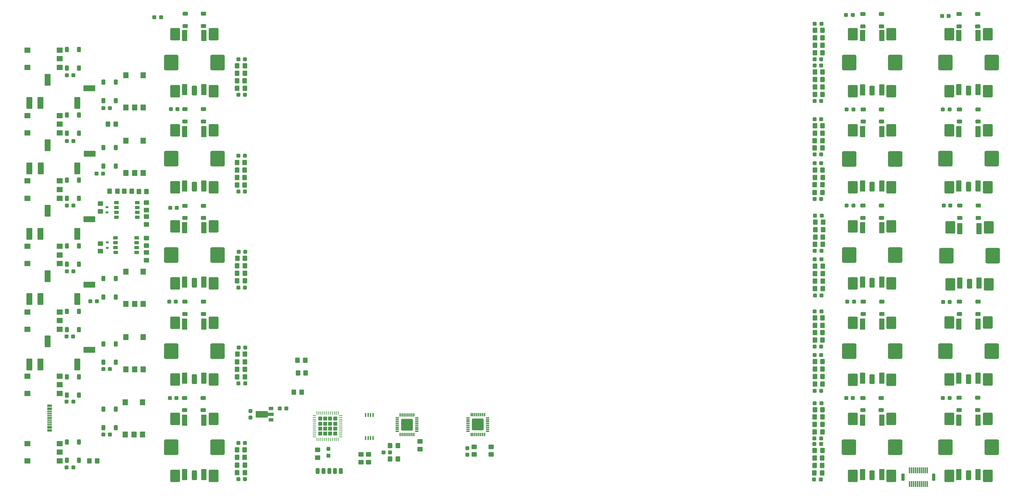
<source format=gbr>
%TF.GenerationSoftware,KiCad,Pcbnew,(6.0.9)*%
%TF.CreationDate,2023-03-16T14:55:21+00:00*%
%TF.ProjectId,Matrix_V2_Base,4d617472-6978-45f5-9632-5f426173652e,rev?*%
%TF.SameCoordinates,Original*%
%TF.FileFunction,Paste,Top*%
%TF.FilePolarity,Positive*%
%FSLAX46Y46*%
G04 Gerber Fmt 4.6, Leading zero omitted, Abs format (unit mm)*
G04 Created by KiCad (PCBNEW (6.0.9)) date 2023-03-16 14:55:21*
%MOMM*%
%LPD*%
G01*
G04 APERTURE LIST*
G04 Aperture macros list*
%AMRoundRect*
0 Rectangle with rounded corners*
0 $1 Rounding radius*
0 $2 $3 $4 $5 $6 $7 $8 $9 X,Y pos of 4 corners*
0 Add a 4 corners polygon primitive as box body*
4,1,4,$2,$3,$4,$5,$6,$7,$8,$9,$2,$3,0*
0 Add four circle primitives for the rounded corners*
1,1,$1+$1,$2,$3*
1,1,$1+$1,$4,$5*
1,1,$1+$1,$6,$7*
1,1,$1+$1,$8,$9*
0 Add four rect primitives between the rounded corners*
20,1,$1+$1,$2,$3,$4,$5,0*
20,1,$1+$1,$4,$5,$6,$7,0*
20,1,$1+$1,$6,$7,$8,$9,0*
20,1,$1+$1,$8,$9,$2,$3,0*%
%AMFreePoly0*
4,1,9,3.862500,-0.866500,0.737500,-0.866500,0.737500,-0.450000,-0.737500,-0.450000,-0.737500,0.450000,0.737500,0.450000,0.737500,0.866500,3.862500,0.866500,3.862500,-0.866500,3.862500,-0.866500,$1*%
G04 Aperture macros list end*
%ADD10RoundRect,0.250000X-0.450000X-0.250000X0.450000X-0.250000X0.450000X0.250000X-0.450000X0.250000X0*%
%ADD11RoundRect,0.250000X0.250000X-0.450000X0.250000X0.450000X-0.250000X0.450000X-0.250000X-0.450000X0*%
%ADD12RoundRect,0.250000X0.350000X0.450000X-0.350000X0.450000X-0.350000X-0.450000X0.350000X-0.450000X0*%
%ADD13RoundRect,0.250000X-0.450000X0.350000X-0.450000X-0.350000X0.450000X-0.350000X0.450000X0.350000X0*%
%ADD14RoundRect,0.237500X-0.300000X-0.237500X0.300000X-0.237500X0.300000X0.237500X-0.300000X0.237500X0*%
%ADD15RoundRect,0.237500X0.300000X0.237500X-0.300000X0.237500X-0.300000X-0.237500X0.300000X-0.237500X0*%
%ADD16RoundRect,0.250000X-0.350000X-0.450000X0.350000X-0.450000X0.350000X0.450000X-0.350000X0.450000X0*%
%ADD17RoundRect,0.237500X0.237500X-0.300000X0.237500X0.300000X-0.237500X0.300000X-0.237500X-0.300000X0*%
%ADD18RoundRect,0.140000X0.560000X-0.660000X0.560000X0.660000X-0.560000X0.660000X-0.560000X-0.660000X0*%
%ADD19RoundRect,0.130000X-0.520000X-1.320000X0.520000X-1.320000X0.520000X1.320000X-0.520000X1.320000X0*%
%ADD20RoundRect,0.375000X1.500000X1.625000X-1.500000X1.625000X-1.500000X-1.625000X1.500000X-1.625000X0*%
%ADD21RoundRect,0.250000X1.000000X1.350000X-1.000000X1.350000X-1.000000X-1.350000X1.000000X-1.350000X0*%
%ADD22RoundRect,0.250000X-1.000000X-1.350000X1.000000X-1.350000X1.000000X1.350000X-1.000000X1.350000X0*%
%ADD23RoundRect,0.130000X-0.520000X-1.120000X0.520000X-1.120000X0.520000X1.120000X-0.520000X1.120000X0*%
%ADD24RoundRect,0.130000X0.520000X1.320000X-0.520000X1.320000X-0.520000X-1.320000X0.520000X-1.320000X0*%
%ADD25RoundRect,0.250000X0.450000X-0.350000X0.450000X0.350000X-0.450000X0.350000X-0.450000X-0.350000X0*%
%ADD26RoundRect,0.237500X-0.237500X0.300000X-0.237500X-0.300000X0.237500X-0.300000X0.237500X0.300000X0*%
%ADD27RoundRect,0.160000X0.640000X1.340000X-0.640000X1.340000X-0.640000X-1.340000X0.640000X-1.340000X0*%
%ADD28RoundRect,0.160000X-1.340000X0.640000X-1.340000X-0.640000X1.340000X-0.640000X1.340000X0.640000X0*%
%ADD29RoundRect,0.035000X-0.140000X0.465000X-0.140000X-0.465000X0.140000X-0.465000X0.140000X0.465000X0*%
%ADD30R,0.700000X0.600000*%
%ADD31RoundRect,0.250000X0.270000X0.270000X-0.270000X0.270000X-0.270000X-0.270000X0.270000X-0.270000X0*%
%ADD32RoundRect,0.062500X0.375000X0.062500X-0.375000X0.062500X-0.375000X-0.062500X0.375000X-0.062500X0*%
%ADD33RoundRect,0.062500X0.062500X0.375000X-0.062500X0.375000X-0.062500X-0.375000X0.062500X-0.375000X0*%
%ADD34RoundRect,0.250000X-0.250000X-0.500000X0.250000X-0.500000X0.250000X0.500000X-0.250000X0.500000X0*%
%ADD35R,1.150000X0.300000*%
%ADD36RoundRect,0.140000X0.660000X0.560000X-0.660000X0.560000X-0.660000X-0.560000X0.660000X-0.560000X0*%
%ADD37RoundRect,0.227500X-0.372500X-0.227500X0.372500X-0.227500X0.372500X0.227500X-0.372500X0.227500X0*%
%ADD38RoundRect,0.080000X-0.320000X-0.820000X0.320000X-0.820000X0.320000X0.820000X-0.320000X0.820000X0*%
%ADD39RoundRect,0.075000X-0.075000X-0.725000X0.075000X-0.725000X0.075000X0.725000X-0.075000X0.725000X0*%
%ADD40RoundRect,0.072500X0.377500X0.072500X-0.377500X0.072500X-0.377500X-0.072500X0.377500X-0.072500X0*%
%ADD41RoundRect,0.072500X-0.072500X0.377500X-0.072500X-0.377500X0.072500X-0.377500X0.072500X0.377500X0*%
%ADD42RoundRect,0.150000X1.350000X1.350000X-1.350000X1.350000X-1.350000X-1.350000X1.350000X-1.350000X0*%
%ADD43R,1.300000X0.900000*%
%ADD44FreePoly0,180.000000*%
G04 APERTURE END LIST*
D10*
%TO.C,D8*%
X218610000Y-51400000D03*
X218610000Y-54600000D03*
X223410000Y-54600000D03*
X223410000Y-51400000D03*
%TD*%
D11*
%TO.C,D20*%
X11900000Y-49580000D03*
X15100000Y-49580000D03*
X15100000Y-44780000D03*
X11900000Y-44780000D03*
%TD*%
D12*
%TO.C,R11*%
X58120000Y-20940000D03*
X56120000Y-20940000D03*
%TD*%
D13*
%TO.C,R77*%
X32590000Y-50610000D03*
X32590000Y-52610000D03*
%TD*%
D14*
%TO.C,C32*%
X206057500Y-99550000D03*
X207782500Y-99550000D03*
%TD*%
D15*
%TO.C,C50*%
X241095000Y-101400000D03*
X239370000Y-101400000D03*
%TD*%
D11*
%TO.C,D23*%
X11900000Y-83700000D03*
X15100000Y-83700000D03*
X15100000Y-78900000D03*
X11900000Y-78900000D03*
%TD*%
D14*
%TO.C,C56*%
X11887500Y-68480000D03*
X13612500Y-68480000D03*
%TD*%
D16*
%TO.C,R8*%
X95825000Y-113825000D03*
X97825000Y-113825000D03*
%TD*%
%TO.C,R32*%
X206140000Y-11690000D03*
X208140000Y-11690000D03*
%TD*%
D15*
%TO.C,C8*%
X58142500Y-47790000D03*
X56417500Y-47790000D03*
%TD*%
D12*
%TO.C,R79*%
X32600000Y-47730000D03*
X30600000Y-47730000D03*
%TD*%
D14*
%TO.C,C16*%
X206077500Y-4130000D03*
X207802500Y-4130000D03*
%TD*%
%TO.C,C25*%
X205937500Y-122630000D03*
X207662500Y-122630000D03*
%TD*%
D16*
%TO.C,R33*%
X206127500Y-32600000D03*
X208127500Y-32600000D03*
%TD*%
D11*
%TO.C,D18*%
X11900000Y-32640000D03*
X15100000Y-32640000D03*
X15100000Y-27840000D03*
X11900000Y-27840000D03*
%TD*%
D17*
%TO.C,C1*%
X79870000Y-116402500D03*
X79870000Y-114677500D03*
%TD*%
D14*
%TO.C,C22*%
X206087500Y-78880000D03*
X207812500Y-78880000D03*
%TD*%
D18*
%TO.C,SW17*%
X27250000Y-25960000D03*
X27250000Y-17560000D03*
X31750000Y-17560000D03*
X31750000Y-25960000D03*
X29500000Y-25960000D03*
%TD*%
D11*
%TO.C,D24*%
X21400000Y-92170000D03*
X24600000Y-92170000D03*
X24600000Y-87370000D03*
X21400000Y-87370000D03*
%TD*%
D16*
%TO.C,R62*%
X206120000Y-93940000D03*
X208120000Y-93940000D03*
%TD*%
D19*
%TO.C,SW3*%
X42500000Y-46300000D03*
X47500000Y-46300000D03*
D20*
X39000000Y-39250000D03*
D21*
X40000000Y-31850000D03*
X50000000Y-31850000D03*
D22*
X50000000Y-46650000D03*
D23*
X45000000Y-46500000D03*
D20*
X51000000Y-39250000D03*
D22*
X40000000Y-46650000D03*
D24*
X42500000Y-32200000D03*
X47500000Y-32200000D03*
%TD*%
D15*
%TO.C,C36*%
X36362500Y-2430000D03*
X34637500Y-2430000D03*
%TD*%
D12*
%TO.C,R21*%
X58140000Y-93970000D03*
X56140000Y-93970000D03*
%TD*%
D15*
%TO.C,C49*%
X241112500Y-76490000D03*
X239387500Y-76490000D03*
%TD*%
D16*
%TO.C,R51*%
X206120000Y-22500000D03*
X208120000Y-22500000D03*
%TD*%
D14*
%TO.C,C31*%
X206107500Y-65380000D03*
X207832500Y-65380000D03*
%TD*%
D25*
%TO.C,R78*%
X32590000Y-56320000D03*
X32590000Y-54320000D03*
%TD*%
D19*
%TO.C,SW5*%
X42500000Y-96300000D03*
X47500000Y-96300000D03*
D22*
X50000000Y-96650000D03*
D20*
X39000000Y-89250000D03*
D22*
X40000000Y-96650000D03*
D23*
X45000000Y-96500000D03*
D21*
X50000000Y-81850000D03*
D20*
X51000000Y-89250000D03*
D21*
X40000000Y-81850000D03*
D24*
X42500000Y-82200000D03*
X47500000Y-82200000D03*
%TD*%
D16*
%TO.C,R46*%
X206030000Y-118970000D03*
X208030000Y-118970000D03*
%TD*%
%TO.C,R35*%
X206127500Y-30670000D03*
X208127500Y-30670000D03*
%TD*%
D15*
%TO.C,C42*%
X216105000Y-26430000D03*
X214380000Y-26430000D03*
%TD*%
%TO.C,C46*%
X240882500Y-2100000D03*
X239157500Y-2100000D03*
%TD*%
D14*
%TO.C,C51*%
X11887500Y-17530000D03*
X13612500Y-17530000D03*
%TD*%
D10*
%TO.C,D9*%
X218680000Y-76410000D03*
X218680000Y-79610000D03*
X223480000Y-79610000D03*
X223480000Y-76410000D03*
%TD*%
D26*
%TO.C,C2*%
X59560000Y-104797500D03*
X59560000Y-106522500D03*
%TD*%
D19*
%TO.C,SW16*%
X243500000Y-121310000D03*
X248500000Y-121310000D03*
D22*
X251000000Y-121660000D03*
D23*
X246000000Y-121510000D03*
D22*
X241000000Y-121660000D03*
D20*
X252000000Y-114260000D03*
D21*
X241000000Y-106860000D03*
D20*
X240000000Y-114260000D03*
D21*
X251000000Y-106860000D03*
D24*
X243500000Y-107210000D03*
X248500000Y-107210000D03*
%TD*%
D16*
%TO.C,R57*%
X206180000Y-71020000D03*
X208180000Y-71020000D03*
%TD*%
%TO.C,R36*%
X206097500Y-36440000D03*
X208097500Y-36440000D03*
%TD*%
D27*
%TO.C,J6*%
X2210000Y-41750000D03*
X14610000Y-41750000D03*
X6910000Y-35750000D03*
X5110000Y-41750000D03*
D28*
X17810000Y-37950000D03*
%TD*%
D16*
%TO.C,R53*%
X206097500Y-46020000D03*
X208097500Y-46020000D03*
%TD*%
%TO.C,R41*%
X206120000Y-82520000D03*
X208120000Y-82520000D03*
%TD*%
%TO.C,R49*%
X206120000Y-20590000D03*
X208120000Y-20590000D03*
%TD*%
%TO.C,R5*%
X95865000Y-117255000D03*
X97865000Y-117255000D03*
%TD*%
D10*
%TO.C,D6*%
X218600000Y-1640000D03*
X218600000Y-4840000D03*
X223400000Y-4840000D03*
X223400000Y-1640000D03*
%TD*%
D19*
%TO.C,SW9*%
X218500000Y-71300000D03*
X223500000Y-71300000D03*
D20*
X215000000Y-64250000D03*
D21*
X216000000Y-56850000D03*
D23*
X221000000Y-71500000D03*
D22*
X216000000Y-71650000D03*
D20*
X227000000Y-64250000D03*
D22*
X226000000Y-71650000D03*
D21*
X226000000Y-56850000D03*
D24*
X218500000Y-57200000D03*
X223500000Y-57200000D03*
%TD*%
D19*
%TO.C,SW7*%
X218500000Y-21310000D03*
X223500000Y-21310000D03*
D22*
X216000000Y-21660000D03*
D21*
X216000000Y-6860000D03*
D23*
X221000000Y-21510000D03*
D20*
X215000000Y-14260000D03*
X227000000Y-14260000D03*
D22*
X226000000Y-21660000D03*
D21*
X226000000Y-6860000D03*
D24*
X218500000Y-7210000D03*
X223500000Y-7210000D03*
%TD*%
D12*
%TO.C,R13*%
X58100000Y-44100000D03*
X56100000Y-44100000D03*
%TD*%
D29*
%TO.C,U7*%
X91425000Y-105870000D03*
X90775000Y-105870000D03*
X90125000Y-105870000D03*
X89475000Y-105870000D03*
X89475000Y-111870000D03*
X90125000Y-111870000D03*
X90775000Y-111870000D03*
X91425000Y-111870000D03*
%TD*%
D16*
%TO.C,R65*%
X206100000Y-106390000D03*
X208100000Y-106390000D03*
%TD*%
D12*
%TO.C,R27*%
X58140000Y-120830000D03*
X56140000Y-120830000D03*
%TD*%
D25*
%TO.C,R4*%
X103585000Y-114735000D03*
X103585000Y-112735000D03*
%TD*%
D14*
%TO.C,C33*%
X206067500Y-90230000D03*
X207792500Y-90230000D03*
%TD*%
D15*
%TO.C,C14*%
X58192500Y-122550000D03*
X56467500Y-122550000D03*
%TD*%
D25*
%TO.C,R7*%
X117640000Y-116100000D03*
X117640000Y-114100000D03*
%TD*%
D16*
%TO.C,R66*%
X206080000Y-108310000D03*
X208080000Y-108310000D03*
%TD*%
D15*
%TO.C,C7*%
X58182500Y-13400000D03*
X56457500Y-13400000D03*
%TD*%
D14*
%TO.C,C29*%
X206055000Y-40420000D03*
X207780000Y-40420000D03*
%TD*%
D16*
%TO.C,R42*%
X206120000Y-84440000D03*
X208120000Y-84440000D03*
%TD*%
D12*
%TO.C,R69*%
X72880000Y-99950000D03*
X70880000Y-99950000D03*
%TD*%
D30*
%TO.C,D29*%
X22360000Y-51800000D03*
X22360000Y-53200000D03*
%TD*%
D14*
%TO.C,C19*%
X206025000Y-38150000D03*
X207750000Y-38150000D03*
%TD*%
D30*
%TO.C,D28*%
X22410000Y-61000000D03*
X22410000Y-62400000D03*
%TD*%
D16*
%TO.C,R43*%
X206130000Y-80600000D03*
X208130000Y-80600000D03*
%TD*%
D31*
%TO.C,U1*%
X79000000Y-110680000D03*
X80290000Y-109390000D03*
X77710000Y-108100000D03*
X77710000Y-110680000D03*
X80290000Y-106810000D03*
X80290000Y-108100000D03*
X77710000Y-109390000D03*
X79000000Y-109390000D03*
X79000000Y-106810000D03*
X80290000Y-110680000D03*
X81580000Y-106810000D03*
X81580000Y-108100000D03*
X77710000Y-106810000D03*
X81580000Y-110680000D03*
X79000000Y-108100000D03*
X81580000Y-109390000D03*
D32*
X83082500Y-111495000D03*
X83082500Y-110995000D03*
X83082500Y-110495000D03*
X83082500Y-109995000D03*
X83082500Y-109495000D03*
X83082500Y-108995000D03*
X83082500Y-108495000D03*
X83082500Y-107995000D03*
X83082500Y-107495000D03*
X83082500Y-106995000D03*
X83082500Y-106495000D03*
X83082500Y-105995000D03*
D33*
X82395000Y-105307500D03*
X81895000Y-105307500D03*
X81395000Y-105307500D03*
X80895000Y-105307500D03*
X80395000Y-105307500D03*
X79895000Y-105307500D03*
X79395000Y-105307500D03*
X78895000Y-105307500D03*
X78395000Y-105307500D03*
X77895000Y-105307500D03*
X77395000Y-105307500D03*
X76895000Y-105307500D03*
D32*
X76207500Y-105995000D03*
X76207500Y-106495000D03*
X76207500Y-106995000D03*
X76207500Y-107495000D03*
X76207500Y-107995000D03*
X76207500Y-108495000D03*
X76207500Y-108995000D03*
X76207500Y-109495000D03*
X76207500Y-109995000D03*
X76207500Y-110495000D03*
X76207500Y-110995000D03*
X76207500Y-111495000D03*
D33*
X76895000Y-112182500D03*
X77395000Y-112182500D03*
X77895000Y-112182500D03*
X78395000Y-112182500D03*
X78895000Y-112182500D03*
X79395000Y-112182500D03*
X79895000Y-112182500D03*
X80395000Y-112182500D03*
X80895000Y-112182500D03*
X81395000Y-112182500D03*
X81895000Y-112182500D03*
X82395000Y-112182500D03*
%TD*%
D27*
%TO.C,J7*%
X2200000Y-24750000D03*
X14600000Y-24750000D03*
X6900000Y-18750000D03*
X5100000Y-24750000D03*
D28*
X17800000Y-20950000D03*
%TD*%
D10*
%TO.C,D7*%
X218650000Y-26400000D03*
X218650000Y-29600000D03*
X223450000Y-29600000D03*
X223450000Y-26400000D03*
%TD*%
D16*
%TO.C,R61*%
X206110000Y-95890000D03*
X208110000Y-95890000D03*
%TD*%
D10*
%TO.C,D14*%
X243660000Y-76370000D03*
X243660000Y-79570000D03*
X248460000Y-79570000D03*
X248460000Y-76370000D03*
%TD*%
D34*
%TO.C,J1*%
X77050000Y-120400000D03*
X78550000Y-120400000D03*
X80050000Y-120400000D03*
X81550000Y-120400000D03*
X83050000Y-120400000D03*
%TD*%
D15*
%TO.C,C9*%
X58162500Y-38480000D03*
X56437500Y-38480000D03*
%TD*%
%TO.C,C10*%
X58182500Y-72710000D03*
X56457500Y-72710000D03*
%TD*%
D27*
%TO.C,J4*%
X2200000Y-92750000D03*
X14600000Y-92750000D03*
X6900000Y-86750000D03*
X5100000Y-92750000D03*
D28*
X17800000Y-88950000D03*
%TD*%
D35*
%TO.C,J2*%
X7440000Y-103300000D03*
X7440000Y-104100000D03*
X7440000Y-105400000D03*
X7440000Y-106400000D03*
X7440000Y-106900000D03*
X7440000Y-107900000D03*
X7440000Y-109200000D03*
X7440000Y-110000000D03*
X7440000Y-109700000D03*
X7440000Y-108900000D03*
X7440000Y-108400000D03*
X7440000Y-107400000D03*
X7440000Y-105900000D03*
X7440000Y-104900000D03*
X7440000Y-104400000D03*
X7440000Y-103600000D03*
%TD*%
D36*
%TO.C,SW23*%
X10100000Y-83550000D03*
X1700000Y-83550000D03*
X1700000Y-79050000D03*
X10100000Y-79050000D03*
X10100000Y-81300000D03*
%TD*%
D12*
%TO.C,R26*%
X58100000Y-116830000D03*
X56100000Y-116830000D03*
%TD*%
D14*
%TO.C,C18*%
X206065000Y-28960000D03*
X207790000Y-28960000D03*
%TD*%
D16*
%TO.C,R67*%
X206120000Y-104470000D03*
X208120000Y-104470000D03*
%TD*%
D11*
%TO.C,D17*%
X21400000Y-24140000D03*
X24600000Y-24140000D03*
X24600000Y-19340000D03*
X21400000Y-19340000D03*
%TD*%
D19*
%TO.C,SW4*%
X42510000Y-71300000D03*
X47510000Y-71300000D03*
D22*
X40010000Y-71650000D03*
D20*
X39010000Y-64250000D03*
D21*
X40010000Y-56850000D03*
D20*
X51010000Y-64250000D03*
D23*
X45010000Y-71500000D03*
D21*
X50010000Y-56850000D03*
D22*
X50010000Y-71650000D03*
D24*
X42510000Y-57200000D03*
X47510000Y-57200000D03*
%TD*%
D16*
%TO.C,R44*%
X206130000Y-86340000D03*
X208130000Y-86340000D03*
%TD*%
D15*
%TO.C,C11*%
X58262500Y-63390000D03*
X56537500Y-63390000D03*
%TD*%
%TO.C,C43*%
X216102500Y-51400000D03*
X214377500Y-51400000D03*
%TD*%
D16*
%TO.C,R58*%
X206180000Y-69060000D03*
X208180000Y-69060000D03*
%TD*%
D37*
%TO.C,U6*%
X24760000Y-50605000D03*
X24760000Y-51875000D03*
X24760000Y-53145000D03*
X24790000Y-54415000D03*
X30220000Y-54415000D03*
X30220000Y-53145000D03*
X30220000Y-51875000D03*
X30220000Y-50605000D03*
%TD*%
D16*
%TO.C,R63*%
X206120000Y-97830000D03*
X208120000Y-97830000D03*
%TD*%
D10*
%TO.C,D11*%
X243570000Y-1620000D03*
X243570000Y-4820000D03*
X248370000Y-4820000D03*
X248370000Y-1620000D03*
%TD*%
%TO.C,D4*%
X42600000Y-76410000D03*
X42600000Y-79610000D03*
X47400000Y-79610000D03*
X47400000Y-76410000D03*
%TD*%
D16*
%TO.C,R47*%
X206070000Y-115110000D03*
X208070000Y-115110000D03*
%TD*%
D15*
%TO.C,C39*%
X40242500Y-76380000D03*
X38517500Y-76380000D03*
%TD*%
D16*
%TO.C,R40*%
X206160000Y-61500000D03*
X208160000Y-61500000D03*
%TD*%
D38*
%TO.C,J8*%
X236950000Y-122000000D03*
D39*
X235280846Y-120200000D03*
D38*
X229050000Y-122000000D03*
D39*
X234755573Y-120200000D03*
X234250000Y-120200000D03*
X233755573Y-120200000D03*
X233255573Y-120200000D03*
X232750000Y-120200000D03*
X232224727Y-120200000D03*
X231719154Y-120200000D03*
X231224727Y-120200000D03*
X230724727Y-120200000D03*
X230724727Y-123800000D03*
X231224727Y-123800000D03*
X231719154Y-123800000D03*
X232224727Y-123800000D03*
X232750000Y-123800000D03*
X233255573Y-123800000D03*
X233755573Y-123800000D03*
X234250000Y-123800000D03*
X234755573Y-123800000D03*
X235280846Y-123800000D03*
%TD*%
D25*
%TO.C,R6*%
X122060000Y-116120000D03*
X122060000Y-114120000D03*
%TD*%
D17*
%TO.C,C5*%
X115910000Y-116172500D03*
X115910000Y-114447500D03*
%TD*%
D16*
%TO.C,R82*%
X22610000Y-30250000D03*
X24610000Y-30250000D03*
%TD*%
D12*
%TO.C,R24*%
X58170000Y-90050000D03*
X56170000Y-90050000D03*
%TD*%
D15*
%TO.C,C38*%
X40482500Y-51990000D03*
X38757500Y-51990000D03*
%TD*%
D12*
%TO.C,R18*%
X58160000Y-67050000D03*
X56160000Y-67050000D03*
%TD*%
D16*
%TO.C,R38*%
X206200000Y-59580000D03*
X208200000Y-59580000D03*
%TD*%
D12*
%TO.C,R28*%
X58100000Y-114870000D03*
X56100000Y-114870000D03*
%TD*%
D19*
%TO.C,SW8*%
X218500000Y-46310000D03*
X223500000Y-46310000D03*
D21*
X216000000Y-31860000D03*
D22*
X226000000Y-46660000D03*
D23*
X221000000Y-46510000D03*
D21*
X226000000Y-31860000D03*
D20*
X215000000Y-39260000D03*
X227000000Y-39260000D03*
D22*
X216000000Y-46660000D03*
D24*
X218500000Y-32210000D03*
X223500000Y-32210000D03*
%TD*%
D15*
%TO.C,C45*%
X215982500Y-101410000D03*
X214257500Y-101410000D03*
%TD*%
D16*
%TO.C,R68*%
X206080000Y-110210000D03*
X208080000Y-110210000D03*
%TD*%
D13*
%TO.C,R76*%
X20620000Y-50900000D03*
X20620000Y-52900000D03*
%TD*%
D14*
%TO.C,C55*%
X11887500Y-51430000D03*
X13612500Y-51430000D03*
%TD*%
D15*
%TO.C,C48*%
X241305000Y-51390000D03*
X239580000Y-51390000D03*
%TD*%
D36*
%TO.C,SW18*%
X10100000Y-32500000D03*
X1700000Y-32500000D03*
X10100000Y-28000000D03*
X1700000Y-28000000D03*
X10100000Y-30250000D03*
%TD*%
D13*
%TO.C,R3*%
X77020000Y-114930000D03*
X77020000Y-116930000D03*
%TD*%
D12*
%TO.C,R15*%
X58100000Y-46060000D03*
X56100000Y-46060000D03*
%TD*%
D10*
%TO.C,D12*%
X243680000Y-26390000D03*
X243680000Y-29590000D03*
X248480000Y-29590000D03*
X248480000Y-26390000D03*
%TD*%
D14*
%TO.C,C35*%
X206007500Y-111910000D03*
X207732500Y-111910000D03*
%TD*%
D15*
%TO.C,C57*%
X19712500Y-76280000D03*
X17987500Y-76280000D03*
%TD*%
D14*
%TO.C,C20*%
X206177500Y-54030000D03*
X207902500Y-54030000D03*
%TD*%
D10*
%TO.C,D2*%
X42600000Y-26370000D03*
X42600000Y-29570000D03*
X47400000Y-29570000D03*
X47400000Y-26370000D03*
%TD*%
D19*
%TO.C,SW6*%
X42500000Y-121310000D03*
X47500000Y-121310000D03*
D22*
X40000000Y-121660000D03*
D20*
X39000000Y-114260000D03*
D21*
X50000000Y-106860000D03*
D20*
X51000000Y-114260000D03*
D22*
X50000000Y-121660000D03*
D21*
X40000000Y-106860000D03*
D23*
X45000000Y-121510000D03*
D24*
X42500000Y-107210000D03*
X47500000Y-107210000D03*
%TD*%
D19*
%TO.C,SW2*%
X42510000Y-21300000D03*
X47510000Y-21300000D03*
D20*
X51010000Y-14250000D03*
X39010000Y-14250000D03*
D22*
X50010000Y-21650000D03*
D21*
X50010000Y-6850000D03*
X40010000Y-6850000D03*
D22*
X40010000Y-21650000D03*
D23*
X45010000Y-21500000D03*
D24*
X42510000Y-7200000D03*
X47510000Y-7200000D03*
%TD*%
D10*
%TO.C,D3*%
X42590000Y-51450000D03*
X42590000Y-54650000D03*
X47390000Y-54650000D03*
X47390000Y-51450000D03*
%TD*%
D15*
%TO.C,C47*%
X241102500Y-26430000D03*
X239377500Y-26430000D03*
%TD*%
D10*
%TO.C,D10*%
X218570000Y-101410000D03*
X218570000Y-104610000D03*
X223370000Y-104610000D03*
X223370000Y-101410000D03*
%TD*%
D14*
%TO.C,C3*%
X67197500Y-104110000D03*
X68922500Y-104110000D03*
%TD*%
D12*
%TO.C,R12*%
X58120000Y-15090000D03*
X56120000Y-15090000D03*
%TD*%
%TO.C,R16*%
X58090000Y-40220000D03*
X56090000Y-40220000D03*
%TD*%
D16*
%TO.C,R56*%
X206137500Y-42170000D03*
X208137500Y-42170000D03*
%TD*%
D14*
%TO.C,C27*%
X206067500Y-14970000D03*
X207792500Y-14970000D03*
%TD*%
D36*
%TO.C,SW1*%
X10100000Y-15480000D03*
X1700000Y-15480000D03*
X1700000Y-10980000D03*
X10100000Y-10980000D03*
X10100000Y-13230000D03*
%TD*%
D16*
%TO.C,R39*%
X206230000Y-55760000D03*
X208230000Y-55760000D03*
%TD*%
D12*
%TO.C,R75*%
X73940000Y-94890000D03*
X71940000Y-94890000D03*
%TD*%
D10*
%TO.C,D1*%
X42620000Y-1570000D03*
X42620000Y-4770000D03*
X47420000Y-4770000D03*
X47420000Y-1570000D03*
%TD*%
D12*
%TO.C,R23*%
X58140000Y-95930000D03*
X56140000Y-95930000D03*
%TD*%
%TO.C,R9*%
X58110000Y-18990000D03*
X56110000Y-18990000D03*
%TD*%
D16*
%TO.C,R59*%
X206190000Y-72990000D03*
X208190000Y-72990000D03*
%TD*%
D25*
%TO.C,R71*%
X20640000Y-63290000D03*
X20640000Y-61290000D03*
%TD*%
D40*
%TO.C,U4*%
X102775000Y-110105000D03*
X102775000Y-109605000D03*
X102775000Y-109105000D03*
X102775000Y-108605000D03*
X102775000Y-108105000D03*
X102775000Y-107605000D03*
X102775000Y-107105000D03*
X102775000Y-106605000D03*
D41*
X101975000Y-105805000D03*
X101475000Y-105805000D03*
X100975000Y-105805000D03*
X100475000Y-105805000D03*
X99975000Y-105805000D03*
X99475000Y-105805000D03*
X98975000Y-105805000D03*
X98475000Y-105805000D03*
D40*
X97675000Y-106605000D03*
X97675000Y-107105000D03*
X97675000Y-107605000D03*
X97675000Y-108105000D03*
X97675000Y-108605000D03*
X97675000Y-109105000D03*
X97675000Y-109605000D03*
X97675000Y-110105000D03*
D41*
X98475000Y-110955000D03*
X98975000Y-110955000D03*
X99475000Y-110955000D03*
X99975000Y-110955000D03*
X100475000Y-110955000D03*
X100975000Y-110955000D03*
X101475000Y-110955000D03*
X101975000Y-110955000D03*
D42*
X100225000Y-108355000D03*
%TD*%
D19*
%TO.C,SW15*%
X243500000Y-96290000D03*
X248500000Y-96290000D03*
D22*
X251000000Y-96640000D03*
D21*
X241000000Y-81840000D03*
D20*
X240000000Y-89240000D03*
D23*
X246000000Y-96490000D03*
D22*
X241000000Y-96640000D03*
D21*
X251000000Y-81840000D03*
D20*
X252000000Y-89240000D03*
D24*
X243500000Y-82190000D03*
X248500000Y-82190000D03*
%TD*%
D27*
%TO.C,J3*%
X2200000Y-75740000D03*
X14600000Y-75740000D03*
X6900000Y-69740000D03*
X5100000Y-75740000D03*
D28*
X17800000Y-71940000D03*
%TD*%
D15*
%TO.C,C12*%
X58202500Y-97660000D03*
X56477500Y-97660000D03*
%TD*%
D16*
%TO.C,R50*%
X206120000Y-18650000D03*
X208120000Y-18650000D03*
%TD*%
D10*
%TO.C,D5*%
X42530000Y-101400000D03*
X42530000Y-104600000D03*
X47330000Y-104600000D03*
X47330000Y-101400000D03*
%TD*%
D14*
%TO.C,C61*%
X21377500Y-110890000D03*
X23102500Y-110890000D03*
%TD*%
%TO.C,C34*%
X206077500Y-102760000D03*
X207802500Y-102760000D03*
%TD*%
D16*
%TO.C,R55*%
X206107500Y-47990000D03*
X208107500Y-47990000D03*
%TD*%
D12*
%TO.C,R20*%
X58180000Y-65100000D03*
X56180000Y-65100000D03*
%TD*%
D15*
%TO.C,C54*%
X21322500Y-43130000D03*
X19597500Y-43130000D03*
%TD*%
%TO.C,C6*%
X58182500Y-22650000D03*
X56457500Y-22650000D03*
%TD*%
D11*
%TO.C,D21*%
X11900000Y-66670000D03*
X15100000Y-66670000D03*
X15100000Y-61870000D03*
X11900000Y-61870000D03*
%TD*%
D19*
%TO.C,SW11*%
X218490000Y-121310000D03*
X223490000Y-121310000D03*
D22*
X215990000Y-121660000D03*
D21*
X215990000Y-106860000D03*
X225990000Y-106860000D03*
D22*
X225990000Y-121660000D03*
D20*
X226990000Y-114260000D03*
X214990000Y-114260000D03*
D23*
X220990000Y-121510000D03*
D24*
X218490000Y-107210000D03*
X223490000Y-107210000D03*
%TD*%
D16*
%TO.C,R34*%
X206107500Y-34540000D03*
X208107500Y-34540000D03*
%TD*%
D14*
%TO.C,C28*%
X206045000Y-49700000D03*
X207770000Y-49700000D03*
%TD*%
D25*
%TO.C,R73*%
X32580000Y-65590000D03*
X32580000Y-63590000D03*
%TD*%
D13*
%TO.C,R72*%
X32600000Y-59850000D03*
X32600000Y-61850000D03*
%TD*%
D12*
%TO.C,R19*%
X58140000Y-70960000D03*
X56140000Y-70960000D03*
%TD*%
D14*
%TO.C,C23*%
X206067500Y-88070000D03*
X207792500Y-88070000D03*
%TD*%
D16*
%TO.C,R45*%
X206050000Y-117040000D03*
X208050000Y-117040000D03*
%TD*%
D14*
%TO.C,C17*%
X206067500Y-13420000D03*
X207792500Y-13420000D03*
%TD*%
%TO.C,C59*%
X21377500Y-93940000D03*
X23102500Y-93940000D03*
%TD*%
D10*
%TO.C,D13*%
X243780000Y-51400000D03*
X243780000Y-54600000D03*
X248580000Y-54600000D03*
X248580000Y-51400000D03*
%TD*%
D16*
%TO.C,R30*%
X206140000Y-9760000D03*
X208140000Y-9760000D03*
%TD*%
D18*
%TO.C,SW19*%
X27250000Y-42960000D03*
X27250000Y-34560000D03*
X31750000Y-34560000D03*
X31750000Y-42960000D03*
X29500000Y-42960000D03*
%TD*%
D14*
%TO.C,C58*%
X11847500Y-85440000D03*
X13572500Y-85440000D03*
%TD*%
%TO.C,C52*%
X21417500Y-26110000D03*
X23142500Y-26110000D03*
%TD*%
D40*
%TO.C,U3*%
X121170000Y-110080000D03*
X121170000Y-109580000D03*
X121170000Y-109080000D03*
X121170000Y-108580000D03*
X121170000Y-108080000D03*
X121170000Y-107580000D03*
X121170000Y-107080000D03*
X121170000Y-106580000D03*
D41*
X120370000Y-105780000D03*
X119870000Y-105780000D03*
X119370000Y-105780000D03*
X118870000Y-105780000D03*
X118370000Y-105780000D03*
X117870000Y-105780000D03*
X117370000Y-105780000D03*
X116870000Y-105780000D03*
D40*
X116070000Y-106580000D03*
X116070000Y-107080000D03*
X116070000Y-107580000D03*
X116070000Y-108080000D03*
X116070000Y-108580000D03*
X116070000Y-109080000D03*
X116070000Y-109580000D03*
X116070000Y-110080000D03*
D41*
X116870000Y-110930000D03*
X117370000Y-110930000D03*
X117870000Y-110930000D03*
X118370000Y-110930000D03*
X118870000Y-110930000D03*
X119370000Y-110930000D03*
X119870000Y-110930000D03*
X120370000Y-110930000D03*
D42*
X118620000Y-108330000D03*
%TD*%
D18*
%TO.C,SW26*%
X27100000Y-110930000D03*
X27100000Y-102530000D03*
X31600000Y-110930000D03*
X31600000Y-102530000D03*
X29350000Y-110930000D03*
%TD*%
D16*
%TO.C,R52*%
X206140000Y-16700000D03*
X208140000Y-16700000D03*
%TD*%
D36*
%TO.C,SW27*%
X10100000Y-117780000D03*
X1700000Y-117780000D03*
X1700000Y-113280000D03*
X10100000Y-113280000D03*
X10100000Y-115530000D03*
%TD*%
%TO.C,SW20*%
X10100000Y-49510000D03*
X1700000Y-49510000D03*
X1700000Y-45010000D03*
X10100000Y-45010000D03*
X10100000Y-47260000D03*
%TD*%
D12*
%TO.C,R22*%
X58160000Y-92010000D03*
X56160000Y-92010000D03*
%TD*%
D11*
%TO.C,D22*%
X21400000Y-75190000D03*
X24600000Y-75190000D03*
X24600000Y-70390000D03*
X21400000Y-70390000D03*
%TD*%
D43*
%TO.C,U2*%
X64960000Y-107140000D03*
D44*
X64872500Y-105640000D03*
D43*
X64960000Y-104140000D03*
%TD*%
D14*
%TO.C,C62*%
X11857500Y-119470000D03*
X13582500Y-119470000D03*
%TD*%
D19*
%TO.C,SW10*%
X218500000Y-96310000D03*
X223500000Y-96310000D03*
D21*
X226000000Y-81860000D03*
D20*
X227000000Y-89260000D03*
D22*
X216000000Y-96660000D03*
X226000000Y-96660000D03*
D23*
X221000000Y-96510000D03*
D21*
X216000000Y-81860000D03*
D20*
X215000000Y-89260000D03*
D24*
X218500000Y-82210000D03*
X223500000Y-82210000D03*
%TD*%
D15*
%TO.C,C41*%
X215932500Y-1900000D03*
X214207500Y-1900000D03*
%TD*%
D10*
%TO.C,D15*%
X243610000Y-101390000D03*
X243610000Y-104590000D03*
X248410000Y-104590000D03*
X248410000Y-101390000D03*
%TD*%
D14*
%TO.C,C4*%
X94122500Y-115565000D03*
X95847500Y-115565000D03*
%TD*%
D11*
%TO.C,D26*%
X21400000Y-109150000D03*
X24600000Y-109150000D03*
X24600000Y-104350000D03*
X21400000Y-104350000D03*
%TD*%
D14*
%TO.C,C60*%
X11877500Y-102400000D03*
X13602500Y-102400000D03*
%TD*%
D15*
%TO.C,C44*%
X216282500Y-76420000D03*
X214557500Y-76420000D03*
%TD*%
D13*
%TO.C,R1*%
X88260000Y-116110000D03*
X88260000Y-118110000D03*
%TD*%
D25*
%TO.C,R2*%
X90210000Y-118100000D03*
X90210000Y-116100000D03*
%TD*%
D16*
%TO.C,R81*%
X26810000Y-47690000D03*
X28810000Y-47690000D03*
%TD*%
D14*
%TO.C,C30*%
X206147500Y-74740000D03*
X207872500Y-74740000D03*
%TD*%
D12*
%TO.C,R80*%
X73800000Y-91640000D03*
X71800000Y-91640000D03*
%TD*%
D15*
%TO.C,C37*%
X40622500Y-26360000D03*
X38897500Y-26360000D03*
%TD*%
D12*
%TO.C,R17*%
X58140000Y-69010000D03*
X56140000Y-69010000D03*
%TD*%
%TO.C,R14*%
X58100000Y-42170000D03*
X56100000Y-42170000D03*
%TD*%
D11*
%TO.C,D25*%
X11900000Y-100700000D03*
X15100000Y-100700000D03*
X15100000Y-95900000D03*
X11900000Y-95900000D03*
%TD*%
D16*
%TO.C,R29*%
X206140000Y-7820000D03*
X208140000Y-7820000D03*
%TD*%
D14*
%TO.C,C26*%
X206057500Y-24230000D03*
X207782500Y-24230000D03*
%TD*%
%TO.C,C21*%
X206097500Y-63200000D03*
X207822500Y-63200000D03*
%TD*%
D16*
%TO.C,R70*%
X17770000Y-117800000D03*
X19770000Y-117800000D03*
%TD*%
%TO.C,R64*%
X206130000Y-91980000D03*
X208130000Y-91980000D03*
%TD*%
%TO.C,R60*%
X206180000Y-67110000D03*
X208180000Y-67110000D03*
%TD*%
%TO.C,R54*%
X206157500Y-44120000D03*
X208157500Y-44120000D03*
%TD*%
D11*
%TO.C,D27*%
X11900000Y-117650000D03*
X15100000Y-117650000D03*
X15100000Y-112850000D03*
X11900000Y-112850000D03*
%TD*%
D19*
%TO.C,SW14*%
X243760000Y-71530000D03*
X248760000Y-71530000D03*
D22*
X241260000Y-71880000D03*
D20*
X240260000Y-64480000D03*
X252260000Y-64480000D03*
D22*
X251260000Y-71880000D03*
D23*
X246260000Y-71730000D03*
D21*
X241260000Y-57080000D03*
X251260000Y-57080000D03*
D24*
X243760000Y-57430000D03*
X248760000Y-57430000D03*
%TD*%
D36*
%TO.C,SW25*%
X10100000Y-100250000D03*
X1700000Y-100250000D03*
X10100000Y-95750000D03*
X1700000Y-95750000D03*
X10100000Y-98000000D03*
%TD*%
D16*
%TO.C,R37*%
X206230000Y-57670000D03*
X208230000Y-57670000D03*
%TD*%
D11*
%TO.C,D16*%
X11900000Y-15640000D03*
X15100000Y-15640000D03*
X15100000Y-10840000D03*
X11900000Y-10840000D03*
%TD*%
D16*
%TO.C,R74*%
X23050000Y-47720000D03*
X25050000Y-47720000D03*
%TD*%
D37*
%TO.C,U5*%
X24580000Y-59795000D03*
X24580000Y-61065000D03*
X24580000Y-62335000D03*
X24610000Y-63605000D03*
X30040000Y-63605000D03*
X30040000Y-62335000D03*
X30040000Y-61065000D03*
X30040000Y-59795000D03*
%TD*%
D12*
%TO.C,R10*%
X58120000Y-17030000D03*
X56120000Y-17030000D03*
%TD*%
D16*
%TO.C,R31*%
X206140000Y-5870000D03*
X208140000Y-5870000D03*
%TD*%
D12*
%TO.C,R25*%
X58140000Y-118860000D03*
X56140000Y-118860000D03*
%TD*%
D15*
%TO.C,C15*%
X58162500Y-113120000D03*
X56437500Y-113120000D03*
%TD*%
D19*
%TO.C,SW13*%
X243510000Y-46290000D03*
X248510000Y-46290000D03*
D23*
X246010000Y-46490000D03*
D22*
X241010000Y-46640000D03*
D20*
X240010000Y-39240000D03*
D21*
X251010000Y-31840000D03*
X241010000Y-31840000D03*
D20*
X252010000Y-39240000D03*
D22*
X251010000Y-46640000D03*
D24*
X243510000Y-32190000D03*
X248510000Y-32190000D03*
%TD*%
D27*
%TO.C,J5*%
X2200000Y-58760000D03*
X14600000Y-58760000D03*
X6900000Y-52760000D03*
X5100000Y-58760000D03*
D28*
X17800000Y-54960000D03*
%TD*%
D15*
%TO.C,C40*%
X40362500Y-101400000D03*
X38637500Y-101400000D03*
%TD*%
D16*
%TO.C,R48*%
X206010000Y-120910000D03*
X208010000Y-120910000D03*
%TD*%
D19*
%TO.C,SW12*%
X243500000Y-21300000D03*
X248500000Y-21300000D03*
D22*
X251000000Y-21650000D03*
D20*
X252000000Y-14250000D03*
D23*
X246000000Y-21500000D03*
D20*
X240000000Y-14250000D03*
D22*
X241000000Y-21650000D03*
D21*
X241000000Y-6850000D03*
X251000000Y-6850000D03*
D24*
X243500000Y-7200000D03*
X248500000Y-7200000D03*
%TD*%
D11*
%TO.C,D19*%
X21400000Y-41140000D03*
X24600000Y-41140000D03*
X24600000Y-36340000D03*
X21400000Y-36340000D03*
%TD*%
D15*
%TO.C,C13*%
X58232500Y-88320000D03*
X56507500Y-88320000D03*
%TD*%
D36*
%TO.C,SW21*%
X10100000Y-66510000D03*
X1700000Y-66510000D03*
X10100000Y-62010000D03*
X1700000Y-62010000D03*
X10100000Y-64260000D03*
%TD*%
D18*
%TO.C,SW22*%
X27250000Y-76950000D03*
X27250000Y-68550000D03*
X31750000Y-76950000D03*
X31750000Y-68550000D03*
X29500000Y-76950000D03*
%TD*%
D14*
%TO.C,C24*%
X206017500Y-113410000D03*
X207742500Y-113410000D03*
%TD*%
D18*
%TO.C,SW24*%
X27250000Y-93990000D03*
X27250000Y-85590000D03*
X31750000Y-93990000D03*
X31750000Y-85590000D03*
X29500000Y-93990000D03*
%TD*%
D14*
%TO.C,C53*%
X11897500Y-34630000D03*
X13622500Y-34630000D03*
%TD*%
M02*

</source>
